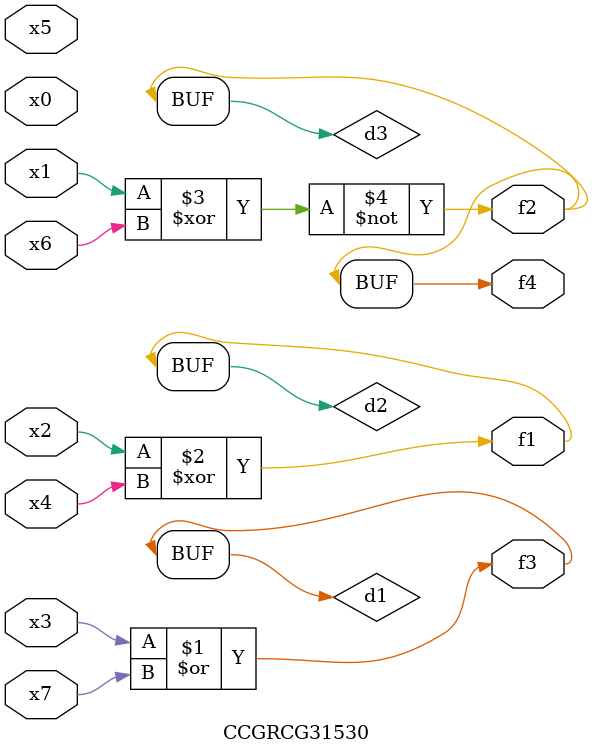
<source format=v>
module CCGRCG31530(
	input x0, x1, x2, x3, x4, x5, x6, x7,
	output f1, f2, f3, f4
);

	wire d1, d2, d3;

	or (d1, x3, x7);
	xor (d2, x2, x4);
	xnor (d3, x1, x6);
	assign f1 = d2;
	assign f2 = d3;
	assign f3 = d1;
	assign f4 = d3;
endmodule

</source>
